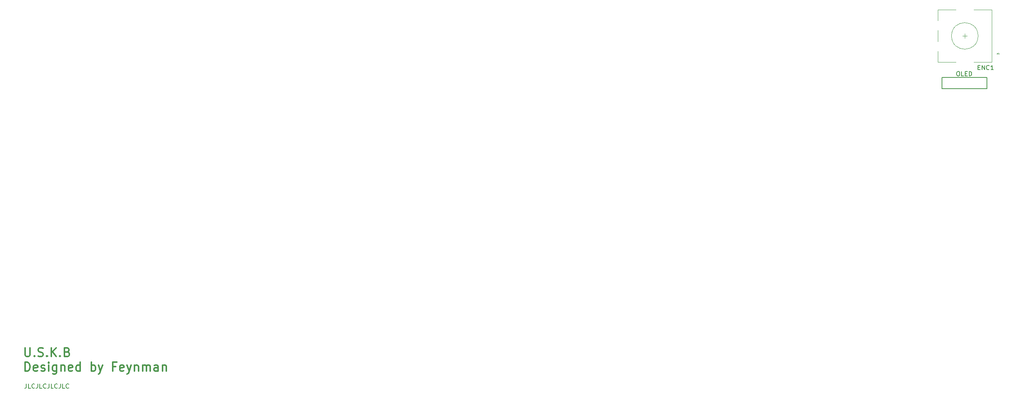
<source format=gbr>
%TF.GenerationSoftware,KiCad,Pcbnew,(5.1.9)-1*%
%TF.CreationDate,2021-07-14T13:00:10-07:00*%
%TF.ProjectId,unsplit-keyboard,756e7370-6c69-4742-9d6b-6579626f6172,rev?*%
%TF.SameCoordinates,Original*%
%TF.FileFunction,Legend,Top*%
%TF.FilePolarity,Positive*%
%FSLAX46Y46*%
G04 Gerber Fmt 4.6, Leading zero omitted, Abs format (unit mm)*
G04 Created by KiCad (PCBNEW (5.1.9)-1) date 2021-07-14 13:00:10*
%MOMM*%
%LPD*%
G01*
G04 APERTURE LIST*
%ADD10C,0.150000*%
%ADD11C,0.300000*%
%ADD12C,0.120000*%
G04 APERTURE END LIST*
D10*
X127587952Y-104227380D02*
X127587952Y-104941666D01*
X127540333Y-105084523D01*
X127445095Y-105179761D01*
X127302238Y-105227380D01*
X127207000Y-105227380D01*
X128540333Y-105227380D02*
X128064142Y-105227380D01*
X128064142Y-104227380D01*
X129445095Y-105132142D02*
X129397476Y-105179761D01*
X129254619Y-105227380D01*
X129159380Y-105227380D01*
X129016523Y-105179761D01*
X128921285Y-105084523D01*
X128873666Y-104989285D01*
X128826047Y-104798809D01*
X128826047Y-104655952D01*
X128873666Y-104465476D01*
X128921285Y-104370238D01*
X129016523Y-104275000D01*
X129159380Y-104227380D01*
X129254619Y-104227380D01*
X129397476Y-104275000D01*
X129445095Y-104322619D01*
X130159380Y-104227380D02*
X130159380Y-104941666D01*
X130111761Y-105084523D01*
X130016523Y-105179761D01*
X129873666Y-105227380D01*
X129778428Y-105227380D01*
X131111761Y-105227380D02*
X130635571Y-105227380D01*
X130635571Y-104227380D01*
X132016523Y-105132142D02*
X131968904Y-105179761D01*
X131826047Y-105227380D01*
X131730809Y-105227380D01*
X131587952Y-105179761D01*
X131492714Y-105084523D01*
X131445095Y-104989285D01*
X131397476Y-104798809D01*
X131397476Y-104655952D01*
X131445095Y-104465476D01*
X131492714Y-104370238D01*
X131587952Y-104275000D01*
X131730809Y-104227380D01*
X131826047Y-104227380D01*
X131968904Y-104275000D01*
X132016523Y-104322619D01*
X132730809Y-104227380D02*
X132730809Y-104941666D01*
X132683190Y-105084523D01*
X132587952Y-105179761D01*
X132445095Y-105227380D01*
X132349857Y-105227380D01*
X133683190Y-105227380D02*
X133207000Y-105227380D01*
X133207000Y-104227380D01*
X134587952Y-105132142D02*
X134540333Y-105179761D01*
X134397476Y-105227380D01*
X134302238Y-105227380D01*
X134159380Y-105179761D01*
X134064142Y-105084523D01*
X134016523Y-104989285D01*
X133968904Y-104798809D01*
X133968904Y-104655952D01*
X134016523Y-104465476D01*
X134064142Y-104370238D01*
X134159380Y-104275000D01*
X134302238Y-104227380D01*
X134397476Y-104227380D01*
X134540333Y-104275000D01*
X134587952Y-104322619D01*
X135302238Y-104227380D02*
X135302238Y-104941666D01*
X135254619Y-105084523D01*
X135159380Y-105179761D01*
X135016523Y-105227380D01*
X134921285Y-105227380D01*
X136254619Y-105227380D02*
X135778428Y-105227380D01*
X135778428Y-104227380D01*
X137159380Y-105132142D02*
X137111761Y-105179761D01*
X136968904Y-105227380D01*
X136873666Y-105227380D01*
X136730809Y-105179761D01*
X136635571Y-105084523D01*
X136587952Y-104989285D01*
X136540333Y-104798809D01*
X136540333Y-104655952D01*
X136587952Y-104465476D01*
X136635571Y-104370238D01*
X136730809Y-104275000D01*
X136873666Y-104227380D01*
X136968904Y-104227380D01*
X137111761Y-104275000D01*
X137159380Y-104322619D01*
D11*
X127290190Y-96060761D02*
X127290190Y-97679809D01*
X127385428Y-97870285D01*
X127480666Y-97965523D01*
X127671142Y-98060761D01*
X128052095Y-98060761D01*
X128242571Y-97965523D01*
X128337809Y-97870285D01*
X128433047Y-97679809D01*
X128433047Y-96060761D01*
X129385428Y-97870285D02*
X129480666Y-97965523D01*
X129385428Y-98060761D01*
X129290190Y-97965523D01*
X129385428Y-97870285D01*
X129385428Y-98060761D01*
X130242571Y-97965523D02*
X130528285Y-98060761D01*
X131004476Y-98060761D01*
X131194952Y-97965523D01*
X131290190Y-97870285D01*
X131385428Y-97679809D01*
X131385428Y-97489333D01*
X131290190Y-97298857D01*
X131194952Y-97203619D01*
X131004476Y-97108380D01*
X130623523Y-97013142D01*
X130433047Y-96917904D01*
X130337809Y-96822666D01*
X130242571Y-96632190D01*
X130242571Y-96441714D01*
X130337809Y-96251238D01*
X130433047Y-96156000D01*
X130623523Y-96060761D01*
X131099714Y-96060761D01*
X131385428Y-96156000D01*
X132242571Y-97870285D02*
X132337809Y-97965523D01*
X132242571Y-98060761D01*
X132147333Y-97965523D01*
X132242571Y-97870285D01*
X132242571Y-98060761D01*
X133194952Y-98060761D02*
X133194952Y-96060761D01*
X134337809Y-98060761D02*
X133480666Y-96917904D01*
X134337809Y-96060761D02*
X133194952Y-97203619D01*
X135194952Y-97870285D02*
X135290190Y-97965523D01*
X135194952Y-98060761D01*
X135099714Y-97965523D01*
X135194952Y-97870285D01*
X135194952Y-98060761D01*
X136814000Y-97013142D02*
X137099714Y-97108380D01*
X137194952Y-97203619D01*
X137290190Y-97394095D01*
X137290190Y-97679809D01*
X137194952Y-97870285D01*
X137099714Y-97965523D01*
X136909238Y-98060761D01*
X136147333Y-98060761D01*
X136147333Y-96060761D01*
X136814000Y-96060761D01*
X137004476Y-96156000D01*
X137099714Y-96251238D01*
X137194952Y-96441714D01*
X137194952Y-96632190D01*
X137099714Y-96822666D01*
X137004476Y-96917904D01*
X136814000Y-97013142D01*
X136147333Y-97013142D01*
X127290190Y-101360761D02*
X127290190Y-99360761D01*
X127766380Y-99360761D01*
X128052095Y-99456000D01*
X128242571Y-99646476D01*
X128337809Y-99836952D01*
X128433047Y-100217904D01*
X128433047Y-100503619D01*
X128337809Y-100884571D01*
X128242571Y-101075047D01*
X128052095Y-101265523D01*
X127766380Y-101360761D01*
X127290190Y-101360761D01*
X130052095Y-101265523D02*
X129861619Y-101360761D01*
X129480666Y-101360761D01*
X129290190Y-101265523D01*
X129194952Y-101075047D01*
X129194952Y-100313142D01*
X129290190Y-100122666D01*
X129480666Y-100027428D01*
X129861619Y-100027428D01*
X130052095Y-100122666D01*
X130147333Y-100313142D01*
X130147333Y-100503619D01*
X129194952Y-100694095D01*
X130909238Y-101265523D02*
X131099714Y-101360761D01*
X131480666Y-101360761D01*
X131671142Y-101265523D01*
X131766380Y-101075047D01*
X131766380Y-100979809D01*
X131671142Y-100789333D01*
X131480666Y-100694095D01*
X131194952Y-100694095D01*
X131004476Y-100598857D01*
X130909238Y-100408380D01*
X130909238Y-100313142D01*
X131004476Y-100122666D01*
X131194952Y-100027428D01*
X131480666Y-100027428D01*
X131671142Y-100122666D01*
X132623523Y-101360761D02*
X132623523Y-100027428D01*
X132623523Y-99360761D02*
X132528285Y-99456000D01*
X132623523Y-99551238D01*
X132718761Y-99456000D01*
X132623523Y-99360761D01*
X132623523Y-99551238D01*
X134433047Y-100027428D02*
X134433047Y-101646476D01*
X134337809Y-101836952D01*
X134242571Y-101932190D01*
X134052095Y-102027428D01*
X133766380Y-102027428D01*
X133575904Y-101932190D01*
X134433047Y-101265523D02*
X134242571Y-101360761D01*
X133861619Y-101360761D01*
X133671142Y-101265523D01*
X133575904Y-101170285D01*
X133480666Y-100979809D01*
X133480666Y-100408380D01*
X133575904Y-100217904D01*
X133671142Y-100122666D01*
X133861619Y-100027428D01*
X134242571Y-100027428D01*
X134433047Y-100122666D01*
X135385428Y-100027428D02*
X135385428Y-101360761D01*
X135385428Y-100217904D02*
X135480666Y-100122666D01*
X135671142Y-100027428D01*
X135956857Y-100027428D01*
X136147333Y-100122666D01*
X136242571Y-100313142D01*
X136242571Y-101360761D01*
X137956857Y-101265523D02*
X137766380Y-101360761D01*
X137385428Y-101360761D01*
X137194952Y-101265523D01*
X137099714Y-101075047D01*
X137099714Y-100313142D01*
X137194952Y-100122666D01*
X137385428Y-100027428D01*
X137766380Y-100027428D01*
X137956857Y-100122666D01*
X138052095Y-100313142D01*
X138052095Y-100503619D01*
X137099714Y-100694095D01*
X139766380Y-101360761D02*
X139766380Y-99360761D01*
X139766380Y-101265523D02*
X139575904Y-101360761D01*
X139194952Y-101360761D01*
X139004476Y-101265523D01*
X138909238Y-101170285D01*
X138814000Y-100979809D01*
X138814000Y-100408380D01*
X138909238Y-100217904D01*
X139004476Y-100122666D01*
X139194952Y-100027428D01*
X139575904Y-100027428D01*
X139766380Y-100122666D01*
X142242571Y-101360761D02*
X142242571Y-99360761D01*
X142242571Y-100122666D02*
X142433047Y-100027428D01*
X142814000Y-100027428D01*
X143004476Y-100122666D01*
X143099714Y-100217904D01*
X143194952Y-100408380D01*
X143194952Y-100979809D01*
X143099714Y-101170285D01*
X143004476Y-101265523D01*
X142814000Y-101360761D01*
X142433047Y-101360761D01*
X142242571Y-101265523D01*
X143861619Y-100027428D02*
X144337809Y-101360761D01*
X144814000Y-100027428D02*
X144337809Y-101360761D01*
X144147333Y-101836952D01*
X144052095Y-101932190D01*
X143861619Y-102027428D01*
X147766380Y-100313142D02*
X147099714Y-100313142D01*
X147099714Y-101360761D02*
X147099714Y-99360761D01*
X148052095Y-99360761D01*
X149575904Y-101265523D02*
X149385428Y-101360761D01*
X149004476Y-101360761D01*
X148814000Y-101265523D01*
X148718761Y-101075047D01*
X148718761Y-100313142D01*
X148814000Y-100122666D01*
X149004476Y-100027428D01*
X149385428Y-100027428D01*
X149575904Y-100122666D01*
X149671142Y-100313142D01*
X149671142Y-100503619D01*
X148718761Y-100694095D01*
X150337809Y-100027428D02*
X150814000Y-101360761D01*
X151290190Y-100027428D02*
X150814000Y-101360761D01*
X150623523Y-101836952D01*
X150528285Y-101932190D01*
X150337809Y-102027428D01*
X152052095Y-100027428D02*
X152052095Y-101360761D01*
X152052095Y-100217904D02*
X152147333Y-100122666D01*
X152337809Y-100027428D01*
X152623523Y-100027428D01*
X152814000Y-100122666D01*
X152909238Y-100313142D01*
X152909238Y-101360761D01*
X153861619Y-101360761D02*
X153861619Y-100027428D01*
X153861619Y-100217904D02*
X153956857Y-100122666D01*
X154147333Y-100027428D01*
X154433047Y-100027428D01*
X154623523Y-100122666D01*
X154718761Y-100313142D01*
X154718761Y-101360761D01*
X154718761Y-100313142D02*
X154814000Y-100122666D01*
X155004476Y-100027428D01*
X155290190Y-100027428D01*
X155480666Y-100122666D01*
X155575904Y-100313142D01*
X155575904Y-101360761D01*
X157385428Y-101360761D02*
X157385428Y-100313142D01*
X157290190Y-100122666D01*
X157099714Y-100027428D01*
X156718761Y-100027428D01*
X156528285Y-100122666D01*
X157385428Y-101265523D02*
X157194952Y-101360761D01*
X156718761Y-101360761D01*
X156528285Y-101265523D01*
X156433047Y-101075047D01*
X156433047Y-100884571D01*
X156528285Y-100694095D01*
X156718761Y-100598857D01*
X157194952Y-100598857D01*
X157385428Y-100503619D01*
X158337809Y-100027428D02*
X158337809Y-101360761D01*
X158337809Y-100217904D02*
X158433047Y-100122666D01*
X158623523Y-100027428D01*
X158909238Y-100027428D01*
X159099714Y-100122666D01*
X159194952Y-100313142D01*
X159194952Y-101360761D01*
D12*
%TO.C,ENC1*%
X340218000Y-25490800D02*
X339218000Y-25490800D01*
X339718000Y-25990800D02*
X339718000Y-24990800D01*
X333618000Y-21990800D02*
X333618000Y-19590800D01*
X333618000Y-26790800D02*
X333618000Y-24190800D01*
X333618000Y-31390800D02*
X333618000Y-28990800D01*
X346918000Y-29590800D02*
X347218000Y-29290800D01*
X347518000Y-29590800D02*
X346918000Y-29590800D01*
X347218000Y-29290800D02*
X347518000Y-29590800D01*
X345818000Y-31390800D02*
X345818000Y-19590800D01*
X341718000Y-31390800D02*
X345818000Y-31390800D01*
X341718000Y-19590800D02*
X345818000Y-19590800D01*
X333618000Y-19590800D02*
X337718000Y-19590800D01*
X337718000Y-31390800D02*
X333618000Y-31390800D01*
X342718000Y-25490800D02*
G75*
G03*
X342718000Y-25490800I-3000000J0D01*
G01*
D10*
%TO.C,OL1*%
X334518000Y-37465000D02*
X334518000Y-34925000D01*
X344678000Y-34925000D02*
X344678000Y-37465000D01*
X334518000Y-34925000D02*
X344678000Y-34925000D01*
X334518000Y-37465000D02*
X344678000Y-37465000D01*
%TO.C,ENC1*%
X342703714Y-32619371D02*
X343037047Y-32619371D01*
X343179904Y-33143180D02*
X342703714Y-33143180D01*
X342703714Y-32143180D01*
X343179904Y-32143180D01*
X343608476Y-33143180D02*
X343608476Y-32143180D01*
X344179904Y-33143180D01*
X344179904Y-32143180D01*
X345227523Y-33047942D02*
X345179904Y-33095561D01*
X345037047Y-33143180D01*
X344941809Y-33143180D01*
X344798952Y-33095561D01*
X344703714Y-33000323D01*
X344656095Y-32905085D01*
X344608476Y-32714609D01*
X344608476Y-32571752D01*
X344656095Y-32381276D01*
X344703714Y-32286038D01*
X344798952Y-32190800D01*
X344941809Y-32143180D01*
X345037047Y-32143180D01*
X345179904Y-32190800D01*
X345227523Y-32238419D01*
X346179904Y-33143180D02*
X345608476Y-33143180D01*
X345894190Y-33143180D02*
X345894190Y-32143180D01*
X345798952Y-32286038D01*
X345703714Y-32381276D01*
X345608476Y-32428895D01*
%TO.C,OL1*%
X338135619Y-33547380D02*
X338326095Y-33547380D01*
X338421333Y-33595000D01*
X338516571Y-33690238D01*
X338564190Y-33880714D01*
X338564190Y-34214047D01*
X338516571Y-34404523D01*
X338421333Y-34499761D01*
X338326095Y-34547380D01*
X338135619Y-34547380D01*
X338040380Y-34499761D01*
X337945142Y-34404523D01*
X337897523Y-34214047D01*
X337897523Y-33880714D01*
X337945142Y-33690238D01*
X338040380Y-33595000D01*
X338135619Y-33547380D01*
X339468952Y-34547380D02*
X338992761Y-34547380D01*
X338992761Y-33547380D01*
X339802285Y-34023571D02*
X340135619Y-34023571D01*
X340278476Y-34547380D02*
X339802285Y-34547380D01*
X339802285Y-33547380D01*
X340278476Y-33547380D01*
X340707047Y-34547380D02*
X340707047Y-33547380D01*
X340945142Y-33547380D01*
X341088000Y-33595000D01*
X341183238Y-33690238D01*
X341230857Y-33785476D01*
X341278476Y-33975952D01*
X341278476Y-34118809D01*
X341230857Y-34309285D01*
X341183238Y-34404523D01*
X341088000Y-34499761D01*
X340945142Y-34547380D01*
X340707047Y-34547380D01*
%TD*%
M02*

</source>
